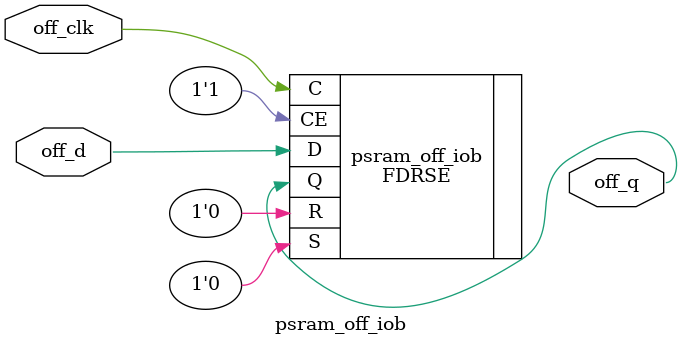
<source format=v>

module psram_off_iob
(
    input              off_d,
    output             off_q,
    input              off_clk
);

//attribute iob                 : string;
//attribute iob of psram_off_iob : label is "true";

(* iob = "true" *) FDRSE #(
    .INIT(1'b1)
) psram_off_iob (
    .Q(off_q),
    .C(off_clk),
    .CE(1'b1),
    .D(off_d),
    .R(1'b0),
    .S(1'b0)
);

endmodule

</source>
